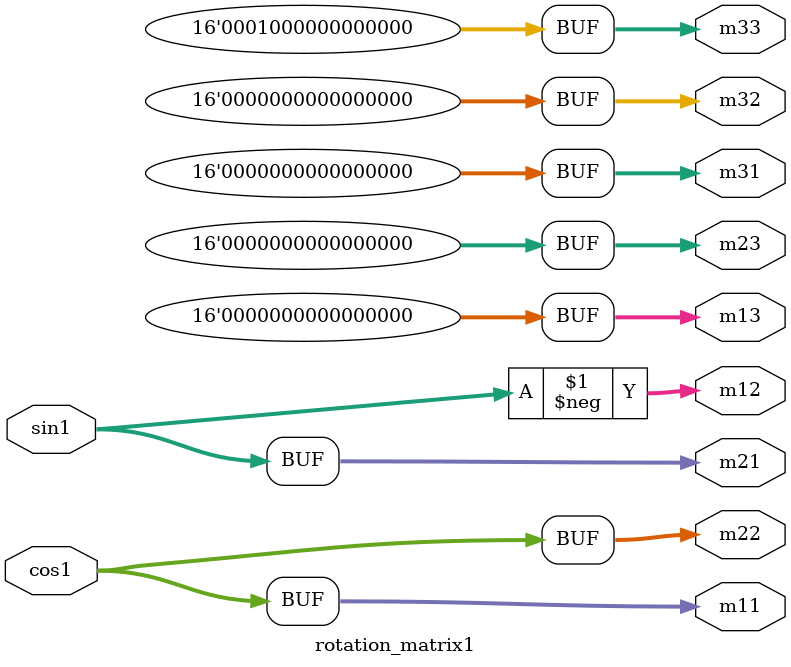
<source format=v>
module rotation_matrix1 (
    input signed [15:0] cos1, sin1, // cos(θ1), sin(θ1)
    output signed [15:0] m11, m12, m13,  // First row of the matrix
    output signed [15:0] m21, m22, m23,  // Second row of the matrix
    output signed [15:0] m31, m32, m33   // Third row of the matrix
);

    // First row of the matrix
    assign m11 =    (cos1);
    assign m12 =    -(sin1) ;
    assign m13 =    0;

    // Second row of the matrix
    assign m21 = sin1;//(-sin1 * cos3) + (cos1 * sin2 * sin3);
    assign m22 = (cos1);
    assign m23 = 0 ;

    // Third row of the matrix
    assign m31 = 0;//(sin1 * sin3) + (cos1 * sin2 * cos3);
    assign m32 = 0;//(-cos1 * sin3) + (sin1 * sin2 * cos3);
    assign m33 = 16'h1000;

endmodule

</source>
